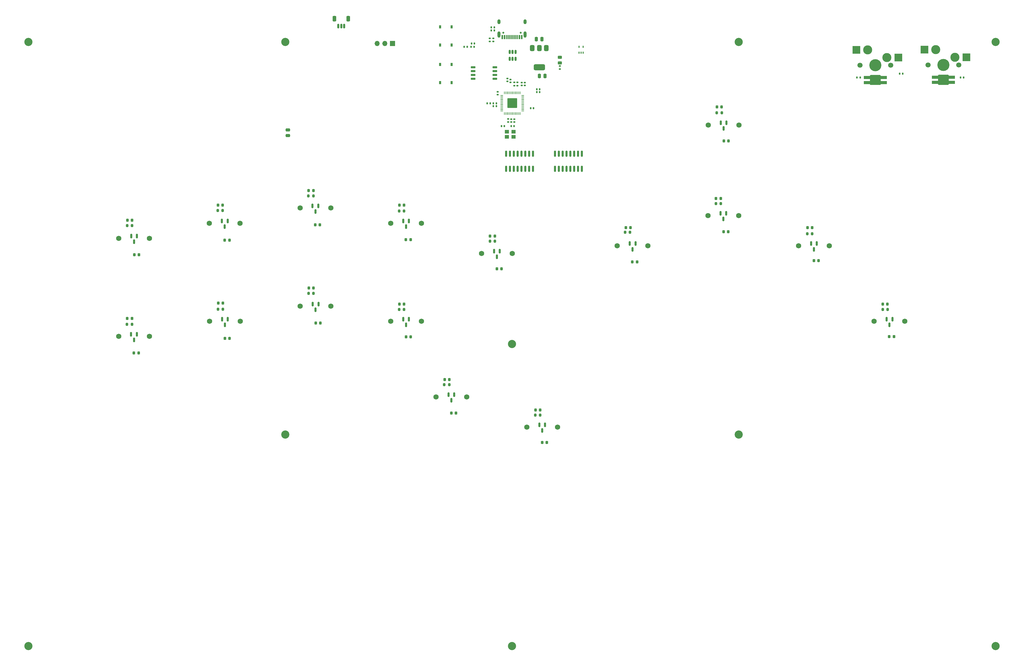
<source format=gbr>
G04 #@! TF.GenerationSoftware,KiCad,Pcbnew,8.0.3*
G04 #@! TF.CreationDate,2024-06-18T04:28:20+09:00*
G04 #@! TF.ProjectId,mainboard,6d61696e-626f-4617-9264-2e6b69636164,rev?*
G04 #@! TF.SameCoordinates,Original*
G04 #@! TF.FileFunction,Soldermask,Top*
G04 #@! TF.FilePolarity,Negative*
%FSLAX46Y46*%
G04 Gerber Fmt 4.6, Leading zero omitted, Abs format (unit mm)*
G04 Created by KiCad (PCBNEW 8.0.3) date 2024-06-18 04:28:20*
%MOMM*%
%LPD*%
G01*
G04 APERTURE LIST*
G04 Aperture macros list*
%AMRoundRect*
0 Rectangle with rounded corners*
0 $1 Rounding radius*
0 $2 $3 $4 $5 $6 $7 $8 $9 X,Y pos of 4 corners*
0 Add a 4 corners polygon primitive as box body*
4,1,4,$2,$3,$4,$5,$6,$7,$8,$9,$2,$3,0*
0 Add four circle primitives for the rounded corners*
1,1,$1+$1,$2,$3*
1,1,$1+$1,$4,$5*
1,1,$1+$1,$6,$7*
1,1,$1+$1,$8,$9*
0 Add four rect primitives between the rounded corners*
20,1,$1+$1,$2,$3,$4,$5,0*
20,1,$1+$1,$4,$5,$6,$7,0*
20,1,$1+$1,$6,$7,$8,$9,0*
20,1,$1+$1,$8,$9,$2,$3,0*%
G04 Aperture macros list end*
%ADD10C,1.700000*%
%ADD11C,3.000000*%
%ADD12C,4.000000*%
%ADD13R,2.600000X2.600000*%
%ADD14RoundRect,0.135000X0.135000X0.185000X-0.135000X0.185000X-0.135000X-0.185000X0.135000X-0.185000X0*%
%ADD15O,0.300000X3.300000*%
%ADD16O,0.500000X3.300000*%
%ADD17O,1.700000X3.300000*%
%ADD18O,3.500000X0.300000*%
%ADD19O,1.650000X3.300000*%
%ADD20R,2.000000X1.020000*%
%ADD21RoundRect,0.243750X-0.456250X0.243750X-0.456250X-0.243750X0.456250X-0.243750X0.456250X0.243750X0*%
%ADD22RoundRect,0.225000X0.225000X0.250000X-0.225000X0.250000X-0.225000X-0.250000X0.225000X-0.250000X0*%
%ADD23RoundRect,0.200000X0.200000X0.275000X-0.200000X0.275000X-0.200000X-0.275000X0.200000X-0.275000X0*%
%ADD24RoundRect,0.150000X0.150000X-0.825000X0.150000X0.825000X-0.150000X0.825000X-0.150000X-0.825000X0*%
%ADD25RoundRect,0.225000X-0.225000X-0.250000X0.225000X-0.250000X0.225000X0.250000X-0.225000X0.250000X0*%
%ADD26RoundRect,0.135000X-0.135000X-0.185000X0.135000X-0.185000X0.135000X0.185000X-0.135000X0.185000X0*%
%ADD27C,2.700000*%
%ADD28R,1.400000X1.200000*%
%ADD29RoundRect,0.140000X-0.140000X-0.170000X0.140000X-0.170000X0.140000X0.170000X-0.140000X0.170000X0*%
%ADD30C,1.750000*%
%ADD31RoundRect,0.150000X-0.150000X0.587500X-0.150000X-0.587500X0.150000X-0.587500X0.150000X0.587500X0*%
%ADD32RoundRect,0.140000X0.140000X0.170000X-0.140000X0.170000X-0.140000X-0.170000X0.140000X-0.170000X0*%
%ADD33RoundRect,0.375000X-0.375000X0.625000X-0.375000X-0.625000X0.375000X-0.625000X0.375000X0.625000X0*%
%ADD34RoundRect,0.500000X-1.400000X0.500000X-1.400000X-0.500000X1.400000X-0.500000X1.400000X0.500000X0*%
%ADD35C,0.650000*%
%ADD36R,0.600000X1.450000*%
%ADD37R,0.300000X1.450000*%
%ADD38O,1.000000X2.100000*%
%ADD39O,1.000000X1.600000*%
%ADD40R,0.750000X1.000000*%
%ADD41RoundRect,0.250000X-0.475000X0.250000X-0.475000X-0.250000X0.475000X-0.250000X0.475000X0.250000X0*%
%ADD42RoundRect,0.140000X0.170000X-0.140000X0.170000X0.140000X-0.170000X0.140000X-0.170000X-0.140000X0*%
%ADD43RoundRect,0.100000X0.100000X-0.225000X0.100000X0.225000X-0.100000X0.225000X-0.100000X-0.225000X0*%
%ADD44RoundRect,0.135000X-0.185000X0.135000X-0.185000X-0.135000X0.185000X-0.135000X0.185000X0.135000X0*%
%ADD45R,1.700000X1.700000*%
%ADD46O,1.700000X1.700000*%
%ADD47RoundRect,0.150000X-0.150000X0.512500X-0.150000X-0.512500X0.150000X-0.512500X0.150000X0.512500X0*%
%ADD48RoundRect,0.050000X-0.387500X-0.050000X0.387500X-0.050000X0.387500X0.050000X-0.387500X0.050000X0*%
%ADD49RoundRect,0.050000X-0.050000X-0.387500X0.050000X-0.387500X0.050000X0.387500X-0.050000X0.387500X0*%
%ADD50RoundRect,0.144000X-1.456000X-1.456000X1.456000X-1.456000X1.456000X1.456000X-1.456000X1.456000X0*%
%ADD51RoundRect,0.150000X-0.650000X-0.150000X0.650000X-0.150000X0.650000X0.150000X-0.650000X0.150000X0*%
%ADD52RoundRect,0.140000X-0.170000X0.140000X-0.170000X-0.140000X0.170000X-0.140000X0.170000X0.140000X0*%
%ADD53RoundRect,0.250000X-0.250000X-0.475000X0.250000X-0.475000X0.250000X0.475000X-0.250000X0.475000X0*%
%ADD54RoundRect,0.150000X-0.150000X-0.625000X0.150000X-0.625000X0.150000X0.625000X-0.150000X0.625000X0*%
%ADD55RoundRect,0.250000X-0.350000X-0.650000X0.350000X-0.650000X0.350000X0.650000X-0.350000X0.650000X0*%
G04 APERTURE END LIST*
D10*
G04 #@! TO.C,SW4*
X357850000Y-37650000D03*
D11*
X356580000Y-35110000D03*
D12*
X352770000Y-37650000D03*
D11*
X350230000Y-32570000D03*
D10*
X347690000Y-37650000D03*
D13*
X346455000Y-32570000D03*
X360355000Y-35110000D03*
G04 #@! TD*
D10*
G04 #@! TO.C,SW3*
X335335000Y-37705000D03*
D11*
X334065000Y-35165000D03*
D12*
X330255000Y-37705000D03*
D11*
X327715000Y-32625000D03*
D10*
X325175000Y-37705000D03*
D13*
X323940000Y-32625000D03*
X337840000Y-35165000D03*
G04 #@! TD*
D14*
G04 #@! TO.C,R9*
X197500000Y-31650000D03*
X196480000Y-31650000D03*
G04 #@! TD*
D15*
G04 #@! TO.C,D3*
X354350000Y-42532500D03*
D16*
X354075000Y-42532500D03*
D17*
X353325000Y-42532500D03*
D18*
X352750000Y-44032500D03*
D17*
X352750000Y-42532500D03*
D18*
X352750000Y-41007500D03*
D19*
X352150000Y-42532500D03*
D16*
X351400000Y-42532500D03*
D15*
X351150000Y-42532500D03*
D20*
X355550000Y-41696500D03*
X355550000Y-43400000D03*
X349950000Y-43400000D03*
X349950000Y-41696500D03*
G04 #@! TD*
D15*
G04 #@! TO.C,D2*
X331850000Y-42600000D03*
D16*
X331575000Y-42600000D03*
D17*
X330825000Y-42600000D03*
D18*
X330250000Y-44100000D03*
D17*
X330250000Y-42600000D03*
D18*
X330250000Y-41075000D03*
D19*
X329650000Y-42600000D03*
D16*
X328900000Y-42600000D03*
D15*
X328650000Y-42600000D03*
D20*
X333050000Y-41764000D03*
X333050000Y-43467500D03*
X327450000Y-43467500D03*
X327450000Y-41764000D03*
G04 #@! TD*
D21*
G04 #@! TO.C,D1*
X225850000Y-35075000D03*
X225850000Y-36950000D03*
G04 #@! TD*
D22*
G04 #@! TO.C,C50*
X249220000Y-91500000D03*
X247670000Y-91500000D03*
G04 #@! TD*
D23*
G04 #@! TO.C,R26*
X219330000Y-153500000D03*
X217680000Y-153500000D03*
G04 #@! TD*
D24*
G04 #@! TO.C,U22*
X208080000Y-72000000D03*
X209350000Y-72000000D03*
X210620000Y-72000000D03*
X211890000Y-72000000D03*
X213160000Y-72000000D03*
X214430000Y-72000000D03*
X215700000Y-72000000D03*
X216970000Y-72000000D03*
X216970000Y-67050000D03*
X215700000Y-67050000D03*
X214430000Y-67050000D03*
X213160000Y-67050000D03*
X211890000Y-67050000D03*
X210620000Y-67050000D03*
X209350000Y-67050000D03*
X208080000Y-67050000D03*
G04 #@! TD*
D25*
G04 #@! TO.C,C47*
X309905000Y-102390000D03*
X311455000Y-102390000D03*
G04 #@! TD*
D26*
G04 #@! TO.C,R12*
X324170000Y-41740000D03*
X325190000Y-41740000D03*
G04 #@! TD*
D23*
G04 #@! TO.C,R29*
X279090000Y-83500000D03*
X277440000Y-83500000D03*
G04 #@! TD*
D22*
G04 #@! TO.C,C24*
X114275000Y-84000000D03*
X112725000Y-84000000D03*
G04 #@! TD*
D14*
G04 #@! TO.C,R4*
X202800000Y-50300000D03*
X201780000Y-50300000D03*
G04 #@! TD*
D27*
G04 #@! TO.C,H9*
X210000000Y-130000000D03*
G04 #@! TD*
D28*
G04 #@! TO.C,Y1*
X208300000Y-61400000D03*
X210500000Y-61400000D03*
X210500000Y-59700000D03*
X208300000Y-59700000D03*
G04 #@! TD*
D22*
G04 #@! TO.C,C26*
X84275000Y-89000000D03*
X82725000Y-89000000D03*
G04 #@! TD*
D27*
G04 #@! TO.C,H10*
X210000000Y-230000000D03*
G04 #@! TD*
D29*
G04 #@! TO.C,C10*
X216150000Y-51920000D03*
X217110000Y-51920000D03*
G04 #@! TD*
D22*
G04 #@! TO.C,C42*
X204300000Y-94300000D03*
X202750000Y-94300000D03*
G04 #@! TD*
D26*
G04 #@! TO.C,R3*
X203130000Y-26200000D03*
X204150000Y-26200000D03*
G04 #@! TD*
D22*
G04 #@! TO.C,C28*
X174275000Y-84000000D03*
X172725000Y-84000000D03*
G04 #@! TD*
D30*
G04 #@! TO.C,U18*
X214920000Y-157500000D03*
X225080000Y-157500000D03*
D31*
X220950000Y-156762500D03*
X219050000Y-156762500D03*
X220000000Y-158637500D03*
G04 #@! TD*
D32*
G04 #@! TO.C,C8*
X204800000Y-51300000D03*
X203840000Y-51300000D03*
G04 #@! TD*
D27*
G04 #@! TO.C,H2*
X50000000Y-230000000D03*
G04 #@! TD*
D33*
G04 #@! TO.C,U1*
X221330000Y-32076000D03*
X219030000Y-32076000D03*
D34*
X219030000Y-38376000D03*
D33*
X216730000Y-32076000D03*
G04 #@! TD*
D23*
G04 #@! TO.C,R14*
X144275000Y-81000000D03*
X142625000Y-81000000D03*
G04 #@! TD*
D25*
G04 #@! TO.C,C51*
X280015000Y-92860000D03*
X281565000Y-92860000D03*
G04 #@! TD*
D14*
G04 #@! TO.C,R2*
X204150000Y-25150000D03*
X203130000Y-25150000D03*
G04 #@! TD*
G04 #@! TO.C,R5*
X195158000Y-31645000D03*
X194138000Y-31645000D03*
G04 #@! TD*
D22*
G04 #@! TO.C,C52*
X279050000Y-81850000D03*
X277500000Y-81850000D03*
G04 #@! TD*
D29*
G04 #@! TO.C,C11*
X218190000Y-45650000D03*
X219150000Y-45650000D03*
G04 #@! TD*
D30*
G04 #@! TO.C,U20*
X244840000Y-97500000D03*
X255000000Y-97500000D03*
D31*
X250870000Y-96762500D03*
X248970000Y-96762500D03*
X249920000Y-98637500D03*
G04 #@! TD*
D35*
G04 #@! TO.C,J1*
X212890000Y-27000000D03*
X207110000Y-27000000D03*
D36*
X213250000Y-28445000D03*
X212450000Y-28445000D03*
D37*
X211250000Y-28445000D03*
X210250000Y-28445000D03*
X209750000Y-28445000D03*
X208750000Y-28445000D03*
D36*
X207550000Y-28445000D03*
X206750000Y-28445000D03*
X206750000Y-28445000D03*
X207550000Y-28445000D03*
D37*
X208250000Y-28445000D03*
X209250000Y-28445000D03*
X210750000Y-28445000D03*
X211750000Y-28445000D03*
D36*
X212450000Y-28445000D03*
X213250000Y-28445000D03*
D38*
X214320000Y-27530000D03*
D39*
X214320000Y-23350000D03*
D38*
X205680000Y-27530000D03*
D39*
X205680000Y-23350000D03*
G04 #@! TD*
D40*
G04 #@! TO.C,SW2*
X186250000Y-43500000D03*
X186250000Y-37500000D03*
X190000000Y-43500000D03*
X190000000Y-37500000D03*
G04 #@! TD*
D14*
G04 #@! TO.C,R1*
X204820000Y-50300000D03*
X203800000Y-50300000D03*
G04 #@! TD*
D32*
G04 #@! TO.C,C15*
X197567000Y-30502000D03*
X196607000Y-30502000D03*
G04 #@! TD*
D41*
G04 #@! TO.C,C20*
X135800000Y-59125000D03*
X135800000Y-61025000D03*
G04 #@! TD*
D22*
G04 #@! TO.C,C36*
X144330000Y-111490000D03*
X142780000Y-111490000D03*
G04 #@! TD*
D29*
G04 #@! TO.C,C16*
X338290000Y-40500000D03*
X339250000Y-40500000D03*
G04 #@! TD*
D22*
G04 #@! TO.C,C30*
X84250000Y-121500000D03*
X82700000Y-121500000D03*
G04 #@! TD*
D29*
G04 #@! TO.C,C12*
X218190000Y-46600000D03*
X219150000Y-46600000D03*
G04 #@! TD*
D25*
G04 #@! TO.C,C37*
X334835000Y-127580000D03*
X336385000Y-127580000D03*
G04 #@! TD*
G04 #@! TO.C,C49*
X249830000Y-102860000D03*
X251380000Y-102860000D03*
G04 #@! TD*
D42*
G04 #@! TO.C,C6*
X209500000Y-43380000D03*
X209500000Y-42420000D03*
G04 #@! TD*
D25*
G04 #@! TO.C,C39*
X189895000Y-152830000D03*
X191445000Y-152830000D03*
G04 #@! TD*
D42*
G04 #@! TO.C,C4*
X208500000Y-43060000D03*
X208500000Y-42100000D03*
G04 #@! TD*
D23*
G04 #@! TO.C,R16*
X84275000Y-90800000D03*
X82625000Y-90800000D03*
G04 #@! TD*
D27*
G04 #@! TO.C,H7*
X285000000Y-160000000D03*
G04 #@! TD*
D23*
G04 #@! TO.C,R23*
X189250000Y-143500000D03*
X187600000Y-143500000D03*
G04 #@! TD*
D29*
G04 #@! TO.C,C18*
X206540000Y-57900000D03*
X207500000Y-57900000D03*
G04 #@! TD*
D30*
G04 #@! TO.C,U11*
X169865000Y-122500000D03*
X180025000Y-122500000D03*
D31*
X175895000Y-121762500D03*
X173995000Y-121762500D03*
X174945000Y-123637500D03*
G04 #@! TD*
D30*
G04 #@! TO.C,U14*
X329840000Y-122500000D03*
X340000000Y-122500000D03*
D31*
X335870000Y-121762500D03*
X333970000Y-121762500D03*
X334920000Y-123637500D03*
G04 #@! TD*
D30*
G04 #@! TO.C,U13*
X139920000Y-117500000D03*
X150080000Y-117500000D03*
D31*
X145950000Y-116762500D03*
X144050000Y-116762500D03*
X145000000Y-118637500D03*
G04 #@! TD*
D22*
G04 #@! TO.C,C44*
X279330000Y-51500000D03*
X277780000Y-51500000D03*
G04 #@! TD*
D30*
G04 #@! TO.C,U19*
X304840000Y-97500000D03*
X315000000Y-97500000D03*
D31*
X310870000Y-96762500D03*
X308970000Y-96762500D03*
X309920000Y-98637500D03*
G04 #@! TD*
D27*
G04 #@! TO.C,H3*
X370000000Y-230000000D03*
G04 #@! TD*
D43*
G04 #@! TO.C,U4*
X232208000Y-33550000D03*
X232858000Y-33550000D03*
X233508000Y-33550000D03*
X233508000Y-31650000D03*
X232208000Y-31650000D03*
G04 #@! TD*
D42*
G04 #@! TO.C,C14*
X214204000Y-44444000D03*
X214204000Y-43484000D03*
G04 #@! TD*
D44*
G04 #@! TO.C,R7*
X202647000Y-28793000D03*
X202647000Y-29813000D03*
G04 #@! TD*
D23*
G04 #@! TO.C,R22*
X334320000Y-118600000D03*
X332670000Y-118600000D03*
G04 #@! TD*
D45*
G04 #@! TO.C,J3*
X170500000Y-30500000D03*
D46*
X167960000Y-30500000D03*
X165420000Y-30500000D03*
G04 #@! TD*
D29*
G04 #@! TO.C,C19*
X209740000Y-57900000D03*
X210700000Y-57900000D03*
G04 #@! TD*
D47*
G04 #@! TO.C,U2*
X211156000Y-33296000D03*
X210206000Y-33296000D03*
X209256000Y-33296000D03*
X209256000Y-35571000D03*
X210206000Y-35571000D03*
X211156000Y-35571000D03*
G04 #@! TD*
D42*
G04 #@! TO.C,C13*
X213188000Y-44444000D03*
X213188000Y-43484000D03*
G04 #@! TD*
D24*
G04 #@! TO.C,U23*
X224190000Y-71975000D03*
X225460000Y-71975000D03*
X226730000Y-71975000D03*
X228000000Y-71975000D03*
X229270000Y-71975000D03*
X230540000Y-71975000D03*
X231810000Y-71975000D03*
X233080000Y-71975000D03*
X233080000Y-67025000D03*
X231810000Y-67025000D03*
X230540000Y-67025000D03*
X229270000Y-67025000D03*
X228000000Y-67025000D03*
X226730000Y-67025000D03*
X225460000Y-67025000D03*
X224190000Y-67025000D03*
G04 #@! TD*
D30*
G04 #@! TO.C,U7*
X109865000Y-90000000D03*
X120025000Y-90000000D03*
D31*
X115895000Y-89262500D03*
X113995000Y-89262500D03*
X114945000Y-91137500D03*
G04 #@! TD*
D25*
G04 #@! TO.C,C33*
X114965000Y-128140000D03*
X116515000Y-128140000D03*
G04 #@! TD*
D44*
G04 #@! TO.C,R11*
X211800000Y-43430500D03*
X211800000Y-44450500D03*
G04 #@! TD*
D23*
G04 #@! TO.C,R27*
X309330000Y-93500000D03*
X307680000Y-93500000D03*
G04 #@! TD*
D48*
G04 #@! TO.C,U5*
X206642500Y-47674000D03*
X206642500Y-48074000D03*
X206642500Y-48474000D03*
X206642500Y-48874000D03*
X206642500Y-49274000D03*
X206642500Y-49674000D03*
X206642500Y-50074000D03*
X206642500Y-50474000D03*
X206642500Y-50874000D03*
X206642500Y-51274000D03*
X206642500Y-51674000D03*
X206642500Y-52074000D03*
X206642500Y-52474000D03*
X206642500Y-52874000D03*
D49*
X207480000Y-53711500D03*
X207880000Y-53711500D03*
X208280000Y-53711500D03*
X208680000Y-53711500D03*
X209080000Y-53711500D03*
X209480000Y-53711500D03*
X209880000Y-53711500D03*
X210280000Y-53711500D03*
X210680000Y-53711500D03*
X211080000Y-53711500D03*
X211480000Y-53711500D03*
X211880000Y-53711500D03*
X212280000Y-53711500D03*
X212680000Y-53711500D03*
D48*
X213517500Y-52874000D03*
X213517500Y-52474000D03*
X213517500Y-52074000D03*
X213517500Y-51674000D03*
X213517500Y-51274000D03*
X213517500Y-50874000D03*
X213517500Y-50474000D03*
X213517500Y-50074000D03*
X213517500Y-49674000D03*
X213517500Y-49274000D03*
X213517500Y-48874000D03*
X213517500Y-48474000D03*
X213517500Y-48074000D03*
X213517500Y-47674000D03*
D49*
X212680000Y-46836500D03*
X212280000Y-46836500D03*
X211880000Y-46836500D03*
X211480000Y-46836500D03*
X211080000Y-46836500D03*
X210680000Y-46836500D03*
X210280000Y-46836500D03*
X209880000Y-46836500D03*
X209480000Y-46836500D03*
X209080000Y-46836500D03*
X208680000Y-46836500D03*
X208280000Y-46836500D03*
X207880000Y-46836500D03*
X207480000Y-46836500D03*
D50*
X210080000Y-50274000D03*
G04 #@! TD*
D44*
G04 #@! TO.C,R8*
X225850000Y-37930000D03*
X225850000Y-38950000D03*
G04 #@! TD*
D30*
G04 #@! TO.C,U10*
X79840000Y-127500000D03*
X90000000Y-127500000D03*
D31*
X85870000Y-126762500D03*
X83970000Y-126762500D03*
X84920000Y-128637500D03*
G04 #@! TD*
D27*
G04 #@! TO.C,H6*
X285000000Y-30000000D03*
G04 #@! TD*
D23*
G04 #@! TO.C,R25*
X279405000Y-53500000D03*
X277755000Y-53500000D03*
G04 #@! TD*
D30*
G04 #@! TO.C,U12*
X109920000Y-122500000D03*
X120080000Y-122500000D03*
D31*
X115950000Y-121762500D03*
X114050000Y-121762500D03*
X115000000Y-123637500D03*
G04 #@! TD*
D22*
G04 #@! TO.C,C40*
X189250000Y-141800000D03*
X187700000Y-141800000D03*
G04 #@! TD*
D51*
G04 #@! TO.C,U3*
X197100000Y-38390000D03*
X197100000Y-39660000D03*
X197100000Y-40930000D03*
X197100000Y-42200000D03*
X204300000Y-42200000D03*
X204300000Y-40930000D03*
X204300000Y-39660000D03*
X204300000Y-38390000D03*
G04 #@! TD*
D23*
G04 #@! TO.C,R20*
X114330000Y-118500000D03*
X112680000Y-118500000D03*
G04 #@! TD*
D25*
G04 #@! TO.C,C21*
X144895000Y-90590000D03*
X146445000Y-90590000D03*
G04 #@! TD*
D27*
G04 #@! TO.C,H1*
X50000000Y-30000000D03*
G04 #@! TD*
D23*
G04 #@! TO.C,R24*
X204330000Y-96000000D03*
X202680000Y-96000000D03*
G04 #@! TD*
G04 #@! TO.C,R15*
X114275000Y-85800000D03*
X112625000Y-85800000D03*
G04 #@! TD*
D30*
G04 #@! TO.C,U16*
X199920000Y-100000000D03*
X210080000Y-100000000D03*
D31*
X205950000Y-99262500D03*
X204050000Y-99262500D03*
X205000000Y-101137500D03*
G04 #@! TD*
D23*
G04 #@! TO.C,R18*
X84250000Y-123500000D03*
X82600000Y-123500000D03*
G04 #@! TD*
D27*
G04 #@! TO.C,H8*
X135000000Y-160000000D03*
G04 #@! TD*
D25*
G04 #@! TO.C,C29*
X84885000Y-132970000D03*
X86435000Y-132970000D03*
G04 #@! TD*
D22*
G04 #@! TO.C,C46*
X219350000Y-151850000D03*
X217800000Y-151850000D03*
G04 #@! TD*
D44*
G04 #@! TO.C,R13*
X208718000Y-55521000D03*
X208718000Y-56541000D03*
G04 #@! TD*
D52*
G04 #@! TO.C,C3*
X203790000Y-28851000D03*
X203790000Y-29811000D03*
G04 #@! TD*
D22*
G04 #@! TO.C,C38*
X334220000Y-116800000D03*
X332670000Y-116800000D03*
G04 #@! TD*
D30*
G04 #@! TO.C,U8*
X79865000Y-95000000D03*
X90025000Y-95000000D03*
D31*
X85895000Y-94262500D03*
X83995000Y-94262500D03*
X84945000Y-96137500D03*
G04 #@! TD*
D53*
G04 #@! TO.C,C1*
X218019000Y-29105000D03*
X219919000Y-29105000D03*
G04 #@! TD*
G04 #@! TO.C,C2*
X219035000Y-41297000D03*
X220935000Y-41297000D03*
G04 #@! TD*
D30*
G04 #@! TO.C,U21*
X274840000Y-87500000D03*
X285000000Y-87500000D03*
D31*
X280870000Y-86762500D03*
X278970000Y-86762500D03*
X279920000Y-88637500D03*
G04 #@! TD*
D30*
G04 #@! TO.C,U15*
X184840000Y-147500000D03*
X195000000Y-147500000D03*
D31*
X190870000Y-146762500D03*
X188970000Y-146762500D03*
X189920000Y-148637500D03*
G04 #@! TD*
D25*
G04 #@! TO.C,C41*
X204975000Y-105150000D03*
X206525000Y-105150000D03*
G04 #@! TD*
D23*
G04 #@! TO.C,R28*
X249070000Y-93000000D03*
X247420000Y-93000000D03*
G04 #@! TD*
D29*
G04 #@! TO.C,C17*
X358450000Y-41760000D03*
X359410000Y-41760000D03*
G04 #@! TD*
D25*
G04 #@! TO.C,C27*
X174905000Y-95470000D03*
X176455000Y-95470000D03*
G04 #@! TD*
D22*
G04 #@! TO.C,C48*
X309330000Y-91500000D03*
X307780000Y-91500000D03*
G04 #@! TD*
D30*
G04 #@! TO.C,U9*
X169865000Y-90000000D03*
X180025000Y-90000000D03*
D31*
X175895000Y-89262500D03*
X173995000Y-89262500D03*
X174945000Y-91137500D03*
G04 #@! TD*
D40*
G04 #@! TO.C,SW1*
X186250000Y-31000000D03*
X186250000Y-25000000D03*
X190000000Y-31000000D03*
X190000000Y-25000000D03*
G04 #@! TD*
D44*
G04 #@! TO.C,R10*
X210786000Y-43430000D03*
X210786000Y-44450000D03*
G04 #@! TD*
D30*
G04 #@! TO.C,U6*
X139865000Y-85000000D03*
X150025000Y-85000000D03*
D31*
X145895000Y-84262500D03*
X143995000Y-84262500D03*
X144945000Y-86137500D03*
G04 #@! TD*
D23*
G04 #@! TO.C,R17*
X174275000Y-86000000D03*
X172625000Y-86000000D03*
G04 #@! TD*
G04 #@! TO.C,R21*
X144330000Y-113200000D03*
X142680000Y-113200000D03*
G04 #@! TD*
D42*
G04 #@! TO.C,C7*
X205300000Y-47480000D03*
X205300000Y-46520000D03*
G04 #@! TD*
D22*
G04 #@! TO.C,C32*
X174275000Y-116800000D03*
X172725000Y-116800000D03*
G04 #@! TD*
D25*
G04 #@! TO.C,C23*
X114955000Y-95670000D03*
X116505000Y-95670000D03*
G04 #@! TD*
D22*
G04 #@! TO.C,C34*
X114330000Y-116500000D03*
X112780000Y-116500000D03*
G04 #@! TD*
D23*
G04 #@! TO.C,R19*
X174275000Y-118600000D03*
X172625000Y-118600000D03*
G04 #@! TD*
D25*
G04 #@! TO.C,C31*
X174945000Y-127600000D03*
X176495000Y-127600000D03*
G04 #@! TD*
G04 #@! TO.C,C35*
X145050000Y-123090000D03*
X146600000Y-123090000D03*
G04 #@! TD*
D52*
G04 #@! TO.C,C9*
X209734000Y-55577000D03*
X209734000Y-56537000D03*
G04 #@! TD*
D25*
G04 #@! TO.C,C43*
X280085000Y-62740000D03*
X281635000Y-62740000D03*
G04 #@! TD*
D52*
G04 #@! TO.C,C5*
X210750000Y-55577000D03*
X210750000Y-56537000D03*
G04 #@! TD*
D22*
G04 #@! TO.C,C22*
X144275000Y-79200000D03*
X142725000Y-79200000D03*
G04 #@! TD*
D25*
G04 #@! TO.C,C45*
X219985000Y-162640000D03*
X221535000Y-162640000D03*
G04 #@! TD*
G04 #@! TO.C,C25*
X85010000Y-100440000D03*
X86560000Y-100440000D03*
G04 #@! TD*
D30*
G04 #@! TO.C,U17*
X274920000Y-57500000D03*
X285080000Y-57500000D03*
D31*
X280950000Y-56762500D03*
X279050000Y-56762500D03*
X280000000Y-58637500D03*
G04 #@! TD*
D27*
G04 #@! TO.C,H5*
X135000000Y-30000000D03*
G04 #@! TD*
G04 #@! TO.C,H4*
X370000000Y-30000000D03*
G04 #@! TD*
D54*
G04 #@! TO.C,J2*
X152500000Y-24800000D03*
X153500000Y-24800000D03*
X154500000Y-24800000D03*
D55*
X151200000Y-22275000D03*
X155800000Y-22275000D03*
G04 #@! TD*
M02*

</source>
